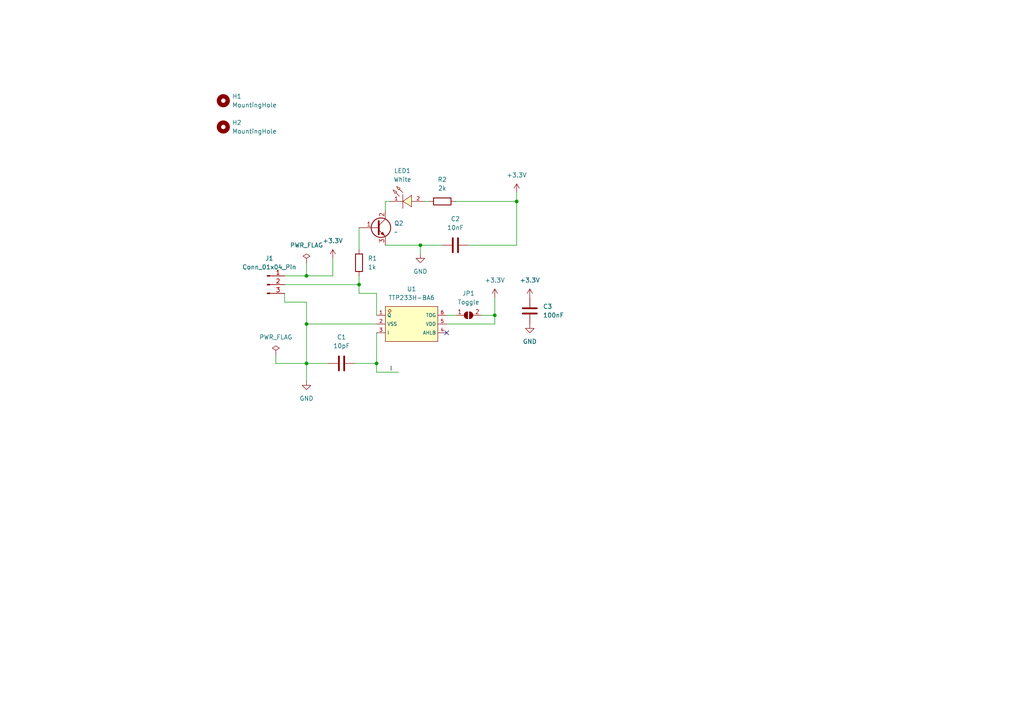
<source format=kicad_sch>
(kicad_sch (version 20230121) (generator eeschema)
  (paper "A4")
  (lib_symbols
    (symbol "Connector:Conn_01x03_Pin" (pin_names (offset 1.016) hide)
      (property "Reference" "J" (at 0 5.08 0))
      (property "Value" "Conn_01x03_Pin" (at 0 -5.08 0))
      (symbol "Conn_01x03_Pin_1_1"
        (polyline (pts (xy 1.27 -2.54) (xy 0.8636 -2.54)) (stroke (width 0.1524)))
        (polyline (pts (xy 1.27 0) (xy 0.8636 0)) (stroke (width 0.1524)))
        (polyline (pts (xy 1.27 2.54) (xy 0.8636 2.54)) (stroke (width 0.1524)))
        (rectangle (start 0.8636 -2.413) (end 0 -2.667) (stroke (width 0.1524)) (fill (type outline)))
        (rectangle (start 0.8636 0.127) (end 0 -0.127) (stroke (width 0.1524)) (fill (type outline)))
        (rectangle (start 0.8636 2.667) (end 0 2.413) (stroke (width 0.1524)) (fill (type outline)))
        (pin passive line (at 5.08 2.54 180) (length 3.81) (name "Pin_1") (number "1"))
        (pin passive line (at 5.08 0 180) (length 3.81) (name "Pin_2") (number "2"))
        (pin passive line (at 5.08 -2.54 180) (length 3.81) (name "Pin_3") (number "3"))
      )
    )
    (symbol "Device:C" (pin_numbers hide) (pin_names (offset 0.254))
      (property "Reference" "C" (at 0.635 2.54 0))
      (property "Value" "C" (at 0.635 -2.54 0))
      (symbol "C_0_1"
        (polyline (pts (xy -2.032 -0.762) (xy 2.032 -0.762)) (stroke (width 0.508)))
        (polyline (pts (xy -2.032 0.762) (xy 2.032 0.762)) (stroke (width 0.508)))
      )
      (symbol "C_1_1"
        (pin passive line (at 0 3.81 270) (length 2.794) (name "~") (number "1"))
        (pin passive line (at 0 -3.81 90) (length 2.794) (name "~") (number "2"))
      )
    )
    (symbol "Device:Q_NPN_BCE" (pin_names (offset 0) hide)
      (property "Reference" "Q" (at 5.08 1.27 0))
      (property "Value" "Q_NPN_BCE" (at 5.08 -1.27 0))
      (symbol "Q_NPN_BCE_0_1"
        (polyline (pts (xy 0.635 0.635) (xy 2.54 2.54)))
        (polyline (pts (xy 0.635 -0.635) (xy 2.54 -2.54) (xy 2.54 -2.54)))
        (polyline (pts (xy 0.635 1.905) (xy 0.635 -1.905) (xy 0.635 -1.905)) (stroke (width 0.508)))
        (polyline (pts (xy 1.27 -1.778) (xy 1.778 -1.27) (xy 2.286 -2.286) (xy 1.27 -1.778) (xy 1.27 -1.778)) (fill (type outline)))
        (circle (center 1.27 0) (radius 2.8194) (stroke (width 0.254)))
      )
      (symbol "Q_NPN_BCE_1_1"
        (pin input line (at -5.08 0 0) (length 5.715) (name "B") (number "1"))
        (pin passive line (at 2.54 5.08 270) (length 2.54) (name "C") (number "2"))
        (pin passive line (at 2.54 -5.08 90) (length 2.54) (name "E") (number "3"))
      )
    )
    (symbol "Device:R" (pin_numbers hide) (pin_names (offset 0))
      (property "Reference" "R" (at 2.032 0 90))
      (property "Value" "R" (at 0 0 90))
      (symbol "R_0_1"
        (rectangle (start -1.016 -2.54) (end 1.016 2.54) (stroke (width 0.254)))
      )
      (symbol "R_1_1"
        (pin passive line (at 0 3.81 270) (length 1.27) (name "~") (number "1"))
        (pin passive line (at 0 -3.81 90) (length 1.27) (name "~") (number "2"))
      )
    )
    (symbol "Jumper:SolderJumper_2_Open" (pin_names (offset 0) hide)
      (property "Reference" "JP" (at 0 2.032 0))
      (property "Value" "SolderJumper_2_Open" (at 0 -2.54 0))
      (symbol "SolderJumper_2_Open_0_1"
        (arc (start -0.254 1.016) (mid -1.2656 0) (end -0.254 -1.016))
        (arc (start -0.254 1.016) (mid -1.2656 0) (end -0.254 -1.016) (fill (type outline)))
        (polyline (pts (xy -0.254 1.016) (xy -0.254 -1.016)))
        (polyline (pts (xy 0.254 1.016) (xy 0.254 -1.016)))
        (arc (start 0.254 -1.016) (mid 1.2656 0) (end 0.254 1.016))
        (arc (start 0.254 -1.016) (mid 1.2656 0) (end 0.254 1.016) (fill (type outline)))
      )
      (symbol "SolderJumper_2_Open_1_1"
        (pin passive line (at -3.81 0 0) (length 2.54) (name "A") (number "1"))
        (pin passive line (at 3.81 0 180) (length 2.54) (name "B") (number "2"))
      )
    )
    (symbol "Mechanical:MountingHole" (pin_names (offset 1.016))
      (property "Reference" "H" (at 0 5.08 0))
      (property "Value" "MountingHole" (at 0 3.175 0))
      (symbol "MountingHole_0_1"
        (circle (center 0 0) (radius 1.27) (stroke (width 1.27)))
      )
    )
    (symbol "TTP233H-BA6:TTP233H-BA6"
      (property "Reference" "U1" (at 0 10.16 0))
      (property "Value" "TTP233H-BA6" (at 0 7.62 0))
      (symbol "TTP233H-BA6_0_1"
        (rectangle (start -7.62 5.08) (end 7.62 -5.08) (fill (type background)))
        (circle (center -6.35 3.81) (radius 0.381) (fill (type background)))
        (pin output line (at -10.16 2.54 0) (length 2.54) (name "Q") (number "1"))
        (pin power_in line (at -10.16 0 0) (length 2.54) (name "VSS") (number "2"))
        (pin input line (at -10.16 -2.54 0) (length 2.54) (name "I") (number "3"))
        (pin passive line (at 10.16 -2.54 180) (length 2.54) (name "AHLB") (number "4"))
        (pin power_in line (at 10.16 0 180) (length 2.54) (name "VDD") (number "5"))
        (pin passive line (at 10.16 2.54 180) (length 2.54) (name "TOG") (number "6"))
      )
    )
    (symbol "XL-3216UWC-FB:XL-3216UWC-FB" (pin_names hide)
      (property "Reference" "LED1" (at 1.397 8.89 0))
      (property "Value" "White" (at 1.397 6.35 0))
      (symbol "XL-3216UWC-FB_0_1"
        (polyline (pts (xy 1.27 2.032) (xy 1.27 -2.032)))
        (polyline (pts (xy 1.27 2.54) (xy 2.286 3.556)))
        (polyline (pts (xy 2.286 1.524) (xy 3.302 2.54)))
        (polyline (pts (xy -1.27 -1.524) (xy 1.27 0) (xy -1.27 1.778) (xy -1.27 -1.524)) (fill (type background)))
        (polyline (pts (xy 3.048 4.318) (xy 2.032 3.81) (xy 2.54 3.302) (xy 3.048 4.318)) (fill (type background)))
        (polyline (pts (xy 4.064 3.302) (xy 3.048 2.794) (xy 3.556 2.286) (xy 4.064 3.302)) (fill (type background)))
        (pin passive line (at 5.08 0 180) (length 3.81) (name "-") (number "1"))
        (pin passive line (at -5.08 0 0) (length 3.81) (name "+") (number "2"))
      )
    )
    (symbol "power:+3.3V" (power) (pin_names (offset 0))
      (property "Value" "+3.3V" (at 0 3.556 0))
      (symbol "+3.3V_0_1"
        (polyline (pts (xy -0.762 1.27) (xy 0 2.54)))
        (polyline (pts (xy 0 0) (xy 0 2.54)))
        (polyline (pts (xy 0 2.54) (xy 0.762 1.27)))
      )
      (symbol "+3.3V_1_1"
        (pin power_in line (at 0 0 90) (length 0) hide (name "+3.3V") (number "1"))
      )
    )
    (symbol "power:GND" (power) (pin_names (offset 0))
      (property "Value" "GND" (at 0 -3.81 0))
      (symbol "GND_0_1"
        (polyline (pts (xy 0 0) (xy 0 -1.27) (xy 1.27 -1.27) (xy 0 -2.54) (xy -1.27 -1.27) (xy 0 -1.27)))
      )
      (symbol "GND_1_1"
        (pin power_in line (at 0 0 270) (length 0) hide (name "GND") (number "1"))
      )
    )
    (symbol "power:PWR_FLAG" (power) (pin_numbers hide) (pin_names (offset 0) hide)
      (property "Value" "PWR_FLAG" (at 0 3.81 0))
      (symbol "PWR_FLAG_0_0"
        (pin power_out line (at 0 0 90) (length 0) (name "pwr") (number "1"))
      )
      (symbol "PWR_FLAG_0_1"
        (polyline (pts (xy 0 0) (xy 0 1.27) (xy -1.016 1.905) (xy 0 2.54) (xy 1.016 1.905) (xy 0 1.27)))
      )
    )
  )
  (junction (at 109.22 105.41))
  (junction (at 88.9 105.41))
  (junction (at 143.51 91.44))
  (junction (at 88.9 93.98))
  (junction (at 88.9 80.01))
  (junction (at 149.86 58.42))
  (junction (at 121.92 71.12))
  (junction (at 104.14 82.55))
  (no_connect (at 129.54 96.52))
  (wire (pts (xy 102.87 105.41) (xy 109.22 105.41)))
  (wire (pts (xy 143.51 91.44) (xy 143.51 86.36)))
  (wire (pts (xy 109.22 85.09) (xy 109.22 91.44)))
  (wire (pts (xy 82.55 80.01) (xy 88.9 80.01)))
  (wire (pts (xy 88.9 105.41) (xy 95.25 105.41)))
  (wire (pts (xy 104.14 82.55) (xy 104.14 85.09)))
  (wire (pts (xy 109.22 96.52) (xy 109.22 105.41)))
  (wire (pts (xy 104.14 85.09) (xy 109.22 85.09)))
  (wire (pts (xy 123.19 58.42) (xy 124.46 58.42)))
  (wire (pts (xy 88.9 87.63) (xy 88.9 93.98)))
  (wire (pts (xy 109.22 107.95) (xy 115.57 107.95)))
  (wire (pts (xy 132.08 91.44) (xy 129.54 91.44)))
  (wire (pts (xy 80.01 102.87) (xy 80.01 105.41)))
  (wire (pts (xy 149.86 55.88) (xy 149.86 58.42)))
  (wire (pts (xy 143.51 93.98) (xy 143.51 91.44)))
  (wire (pts (xy 88.9 105.41) (xy 88.9 93.98)))
  (wire (pts (xy 104.14 66.04) (xy 104.14 72.39)))
  (wire (pts (xy 88.9 93.98) (xy 109.22 93.98)))
  (wire (pts (xy 121.92 71.12) (xy 128.27 71.12)))
  (wire (pts (xy 82.55 82.55) (xy 104.14 82.55)))
  (wire (pts (xy 82.55 87.63) (xy 88.9 87.63)))
  (wire (pts (xy 111.76 60.96) (xy 111.76 58.42)))
  (wire (pts (xy 104.14 80.01) (xy 104.14 82.55)))
  (wire (pts (xy 129.54 93.98) (xy 143.51 93.98)))
  (wire (pts (xy 88.9 76.2) (xy 88.9 80.01)))
  (wire (pts (xy 96.52 74.93) (xy 96.52 80.01)))
  (wire (pts (xy 109.22 105.41) (xy 109.22 107.95)))
  (wire (pts (xy 82.55 85.09) (xy 82.55 87.63)))
  (wire (pts (xy 88.9 110.49) (xy 88.9 105.41)))
  (wire (pts (xy 121.92 71.12) (xy 121.92 73.66)))
  (wire (pts (xy 111.76 58.42) (xy 113.03 58.42)))
  (wire (pts (xy 135.89 71.12) (xy 149.86 71.12)))
  (wire (pts (xy 111.76 71.12) (xy 121.92 71.12)))
  (wire (pts (xy 149.86 58.42) (xy 149.86 71.12)))
  (wire (pts (xy 80.01 105.41) (xy 88.9 105.41)))
  (wire (pts (xy 139.7 91.44) (xy 143.51 91.44)))
  (wire (pts (xy 132.08 58.42) (xy 149.86 58.42)))
  (wire (pts (xy 88.9 80.01) (xy 96.52 80.01)))
  (label "I" (at 113.03 107.95 0))
  (symbol (lib_id "power:GND") (at 153.67 93.98 0) (unit 1)
    (property "Reference" "#PWR07" (effects hide))
    (property "Value" "GND" (at 153.67 99.06 0))
  )
  (symbol (lib_id "XL-3216UWC-FB:XL-3216UWC-FB") (at 118.11 58.42 0) (mirror y) (unit 1)
    (property "Reference" "LED1" (at 116.713 49.53 0))
    (property "Value" "White" (at 116.713 52.07 0))
    (property "Footprint" "footprint:LED-SMD_L3.2-W1.6-RD-EH_WHITE" (effects hide))
    (property "Datasheet" "https://atta.szlcsc.com/upload/public/pdf/source/20220704/6B024AF3FE17DE2BD98DC67B38666694.pdf" (effects hide))
    (property "LCSC" "C3646935" (effects hide))
  )
  (symbol (lib_id "power:+3.3V") (at 149.86 55.88 0) (unit 1)
    (property "Reference" "#PWR04" (effects hide))
    (property "Value" "+3.3V" (at 149.86 50.8 0))
  )
  (symbol (lib_id "power:GND") (at 88.9 110.49 0) (unit 1)
    (property "Reference" "#PWR02" (effects hide))
    (property "Value" "GND" (at 88.9 115.57 0))
  )
  (symbol (lib_id "Mechanical:MountingHole") (at 64.77 36.83 0) (unit 1)
    (property "Reference" "H2" (at 67.31 35.56 0) (effects (justify left)))
    (property "Value" "MountingHole" (at 67.31 38.1 0) (effects (justify left)))
    (property "Footprint" "MountingHole:MountingHole_2.2mm_M2" (effects hide))
  )
  (symbol (lib_id "power:PWR_FLAG") (at 80.01 102.87 0) (unit 1)
    (property "Reference" "#FLG02" (effects hide))
    (property "Value" "PWR_FLAG" (at 80.01 97.79 0))
  )
  (symbol (lib_id "power:+3.3V") (at 153.67 86.36 0) (unit 1)
    (property "Reference" "#PWR06" (effects hide))
    (property "Value" "+3.3V" (at 153.67 81.28 0))
  )
  (symbol (lib_id "Connector:Conn_01x03_Pin") (at 77.47 82.55 0) (unit 1)
    (property "Reference" "J1" (at 78.105 74.93 0))
    (property "Value" "Conn_01x04_Pin" (at 78.105 77.47 0))
    (property "Footprint" "solderconnectors:SolderConnector 3x1mm 03x01" (effects hide))
  )
  (symbol (lib_id "power:+3.3V") (at 143.51 86.36 0) (unit 1)
    (property "Reference" "#PWR01" (effects hide))
    (property "Value" "+3.3V" (at 143.51 81.28 0))
  )
  (symbol (lib_id "TTP233H-BA6:TTP233H-BA6") (at 119.38 93.98 0) (unit 1)
    (property "Reference" "U1" (at 119.38 83.82 0))
    (property "Value" "TTP233H-BA6" (at 119.38 86.36 0))
    (property "Footprint" "footprint:SOT-23-6_L2.9-W1.7-P0.95-LS2.8-BL" (effects hide))
    (property "Datasheet" "https://atta.szlcsc.com/upload/public/pdf/source/20200724/C708878_279E37B7824B0AB00FB7FFC1BEA70EBD.pdf" (effects hide))
    (property "LCSC" "C2890349" (effects hide))
  )
  (symbol (lib_id "Device:R") (at 104.14 76.2 0) (unit 1)
    (property "Reference" "R1" (at 106.68 74.93 0) (effects (justify left)))
    (property "Value" "1k" (at 106.68 77.47 0) (effects (justify left)))
    (property "Footprint" "footprint:R0402" (effects hide))
    (property "LCSC" "C11702" (effects hide))
  )
  (symbol (lib_id "power:GND") (at 121.92 73.66 0) (unit 1)
    (property "Reference" "#PWR05" (effects hide))
    (property "Value" "GND" (at 121.92 78.74 0))
  )
  (symbol (lib_id "Device:C") (at 132.08 71.12 270) (unit 1)
    (property "Reference" "C2" (at 132.08 63.5 90))
    (property "Value" "10nF" (at 132.08 66.04 90))
    (property "Footprint" "footprint:C0402" (effects hide))
    (property "LCSC" "C15195" (effects hide))
  )
  (symbol (lib_id "power:+3.3V") (at 96.52 74.93 0) (unit 1)
    (property "Reference" "#PWR03" (effects hide))
    (property "Value" "+3.3V" (at 96.52 69.85 0))
  )
  (symbol (lib_id "Jumper:SolderJumper_2_Open") (at 135.89 91.44 0) (unit 1)
    (property "Reference" "JP1" (at 135.89 85.09 0))
    (property "Value" "Toggle" (at 135.89 87.63 0))
    (property "Footprint" "Jumper:SolderJumper-2_P1.3mm_Open_RoundedPad1.0x1.5mm" (effects hide))
  )
  (symbol (lib_id "power:PWR_FLAG") (at 88.9 76.2 0) (unit 1)
    (property "Reference" "#FLG01" (effects hide))
    (property "Value" "PWR_FLAG" (at 88.9 71.12 0))
  )
  (symbol (lib_id "Device:Q_NPN_BCE") (at 109.22 66.04 0) (unit 1)
    (property "Reference" "Q2" (at 114.3 64.77 0) (effects (justify left)))
    (property "Value" "~" (at 114.3 67.31 0) (effects (justify left)))
    (property "Footprint" "footprint:SOT-23-3_L2.9-W1.3-P1.90-LS2.4-BR" (effects hide))
    (property "LCSC" "C2145" (effects hide))
  )
  (symbol (lib_id "Mechanical:MountingHole") (at 64.77 29.21 0) (unit 1)
    (property "Reference" "H1" (at 67.31 27.94 0) (effects (justify left)))
    (property "Value" "MountingHole" (at 67.31 30.48 0) (effects (justify left)))
    (property "Footprint" "MountingHole:MountingHole_2.2mm_M2" (effects hide))
  )
  (symbol (lib_id "Device:C") (at 99.06 105.41 270) (unit 1)
    (property "Reference" "C1" (at 99.06 97.79 90))
    (property "Value" "10pF" (at 99.06 100.33 90))
    (property "Footprint" "footprint:C0402" (effects hide))
    (property "LCSC" "C32949" (effects hide))
  )
  (symbol (lib_id "Device:R") (at 128.27 58.42 90) (unit 1)
    (property "Reference" "R2" (at 128.27 52.07 90))
    (property "Value" "2k" (at 128.27 54.61 90))
    (property "Footprint" "footprint:R0402" (effects hide))
    (property "LCSC" "C4109" (effects hide))
  )
  (symbol (lib_id "Device:C") (at 153.67 90.17 180) (unit 1)
    (property "Reference" "C3" (at 157.48 88.9 0) (effects (justify right)))
    (property "Value" "100nF" (at 157.48 91.44 0) (effects (justify right)))
    (property "Footprint" "footprint:C0402" (effects hide))
    (property "LCSC" "C1525" (effects hide))
  )
)
</source>
